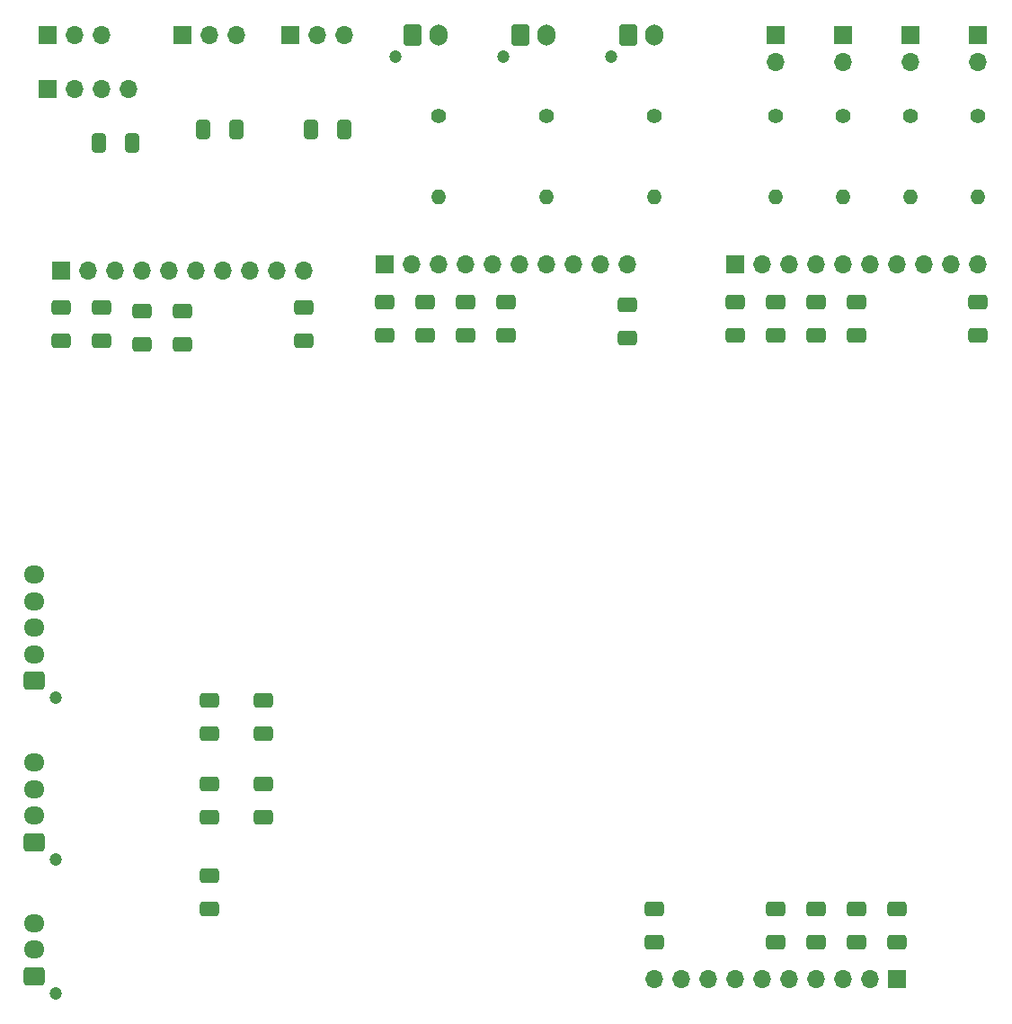
<source format=gbr>
%TF.GenerationSoftware,KiCad,Pcbnew,8.0.3*%
%TF.CreationDate,2024-11-03T21:20:52+01:00*%
%TF.ProjectId,weerstation-analoog,77656572-7374-4617-9469-6f6e2d616e61,rev?*%
%TF.SameCoordinates,Original*%
%TF.FileFunction,Soldermask,Bot*%
%TF.FilePolarity,Negative*%
%FSLAX46Y46*%
G04 Gerber Fmt 4.6, Leading zero omitted, Abs format (unit mm)*
G04 Created by KiCad (PCBNEW 8.0.3) date 2024-11-03 21:20:52*
%MOMM*%
%LPD*%
G01*
G04 APERTURE LIST*
G04 Aperture macros list*
%AMRoundRect*
0 Rectangle with rounded corners*
0 $1 Rounding radius*
0 $2 $3 $4 $5 $6 $7 $8 $9 X,Y pos of 4 corners*
0 Add a 4 corners polygon primitive as box body*
4,1,4,$2,$3,$4,$5,$6,$7,$8,$9,$2,$3,0*
0 Add four circle primitives for the rounded corners*
1,1,$1+$1,$2,$3*
1,1,$1+$1,$4,$5*
1,1,$1+$1,$6,$7*
1,1,$1+$1,$8,$9*
0 Add four rect primitives between the rounded corners*
20,1,$1+$1,$2,$3,$4,$5,0*
20,1,$1+$1,$4,$5,$6,$7,0*
20,1,$1+$1,$6,$7,$8,$9,0*
20,1,$1+$1,$8,$9,$2,$3,0*%
G04 Aperture macros list end*
%ADD10R,1.700000X1.700000*%
%ADD11O,1.700000X1.700000*%
%ADD12C,1.200000*%
%ADD13RoundRect,0.250000X0.725000X-0.600000X0.725000X0.600000X-0.725000X0.600000X-0.725000X-0.600000X0*%
%ADD14O,1.950000X1.700000*%
%ADD15C,1.400000*%
%ADD16O,1.400000X1.400000*%
%ADD17RoundRect,0.250000X-0.600000X-0.750000X0.600000X-0.750000X0.600000X0.750000X-0.600000X0.750000X0*%
%ADD18O,1.700000X2.000000*%
%ADD19RoundRect,0.250000X-0.650000X0.412500X-0.650000X-0.412500X0.650000X-0.412500X0.650000X0.412500X0*%
%ADD20RoundRect,0.250000X-0.412500X-0.650000X0.412500X-0.650000X0.412500X0.650000X-0.412500X0.650000X0*%
%ADD21RoundRect,0.250000X0.650000X-0.412500X0.650000X0.412500X-0.650000X0.412500X-0.650000X-0.412500X0*%
%ADD22RoundRect,0.250000X0.412500X0.650000X-0.412500X0.650000X-0.412500X-0.650000X0.412500X-0.650000X0*%
G04 APERTURE END LIST*
D10*
%TO.C,R9*%
X100330000Y-17780000D03*
D11*
X100330000Y-20320000D03*
%TD*%
D12*
%TO.C,J11*%
X19780000Y-80180000D03*
D13*
X17780000Y-78580000D03*
D14*
X17780000Y-76080000D03*
X17780000Y-73580000D03*
X17780000Y-71080000D03*
X17780000Y-68580000D03*
%TD*%
D10*
%TO.C,J6*%
X20320000Y-39935000D03*
D11*
X22860000Y-39935000D03*
X25400000Y-39935000D03*
X27940000Y-39935000D03*
X30480000Y-39935000D03*
X33020000Y-39935000D03*
X35560000Y-39935000D03*
X38100000Y-39935000D03*
X40640000Y-39935000D03*
X43180000Y-39935000D03*
%TD*%
D10*
%TO.C,J5*%
X98998700Y-106680000D03*
D11*
X96458700Y-106680000D03*
X93918700Y-106680000D03*
X91378700Y-106680000D03*
X88838700Y-106680000D03*
X86298700Y-106680000D03*
X83758700Y-106680000D03*
X81218700Y-106680000D03*
X78678700Y-106680000D03*
X76138700Y-106680000D03*
%TD*%
D15*
%TO.C,R6*%
X55880000Y-25400000D03*
D16*
X55880000Y-33020000D03*
%TD*%
D10*
%TO.C,J8*%
X41910000Y-17780000D03*
D11*
X44450000Y-17780000D03*
X46990000Y-17780000D03*
%TD*%
D12*
%TO.C,J2*%
X19780000Y-95380000D03*
D13*
X17780000Y-93780000D03*
D14*
X17780000Y-91280000D03*
X17780000Y-88780000D03*
X17780000Y-86280000D03*
%TD*%
D12*
%TO.C,J1*%
X19780000Y-108000000D03*
D13*
X17780000Y-106400000D03*
D14*
X17780000Y-103900000D03*
X17780000Y-101400000D03*
%TD*%
D12*
%TO.C,R3*%
X61940000Y-19780000D03*
D17*
X63540000Y-17780000D03*
D18*
X66040000Y-17780000D03*
%TD*%
D15*
%TO.C,R12*%
X93980000Y-25400000D03*
D16*
X93980000Y-33020000D03*
%TD*%
D10*
%TO.C,R7*%
X106680000Y-17780000D03*
D11*
X106680000Y-20320000D03*
%TD*%
D15*
%TO.C,R4*%
X66040000Y-25400000D03*
D16*
X66040000Y-33020000D03*
%TD*%
D10*
%TO.C,J4*%
X83820000Y-39370000D03*
D11*
X86360000Y-39370000D03*
X88900000Y-39370000D03*
X91440000Y-39370000D03*
X93980000Y-39370000D03*
X96520000Y-39370000D03*
X99060000Y-39370000D03*
X101600000Y-39370000D03*
X104140000Y-39370000D03*
X106680000Y-39370000D03*
%TD*%
D10*
%TO.C,J7*%
X31750000Y-17780000D03*
D11*
X34290000Y-17780000D03*
X36830000Y-17780000D03*
%TD*%
D12*
%TO.C,R5*%
X51780000Y-19780000D03*
D17*
X53380000Y-17780000D03*
D18*
X55880000Y-17780000D03*
%TD*%
D10*
%TO.C,J10*%
X19050000Y-22860000D03*
D11*
X21590000Y-22860000D03*
X24130000Y-22860000D03*
X26670000Y-22860000D03*
%TD*%
D10*
%TO.C,J3*%
X50800000Y-39370000D03*
D11*
X53340000Y-39370000D03*
X55880000Y-39370000D03*
X58420000Y-39370000D03*
X60960000Y-39370000D03*
X63500000Y-39370000D03*
X66040000Y-39370000D03*
X68580000Y-39370000D03*
X71120000Y-39370000D03*
X73660000Y-39370000D03*
%TD*%
D12*
%TO.C,R1*%
X72100000Y-19780000D03*
D17*
X73700000Y-17780000D03*
D18*
X76200000Y-17780000D03*
%TD*%
D10*
%TO.C,J9*%
X19050000Y-17780000D03*
D11*
X21590000Y-17780000D03*
X24130000Y-17780000D03*
%TD*%
D15*
%TO.C,R10*%
X100330000Y-25400000D03*
D16*
X100330000Y-33020000D03*
%TD*%
D10*
%TO.C,R11*%
X93980000Y-17780000D03*
D11*
X93980000Y-20320000D03*
%TD*%
D15*
%TO.C,R2*%
X76200000Y-25400000D03*
D16*
X76200000Y-33020000D03*
%TD*%
D15*
%TO.C,R14*%
X87630000Y-25400000D03*
D16*
X87630000Y-33020000D03*
%TD*%
D15*
%TO.C,R8*%
X106660000Y-25400000D03*
D16*
X106660000Y-33020000D03*
%TD*%
D10*
%TO.C,R13*%
X87630000Y-17780000D03*
D11*
X87630000Y-20320000D03*
%TD*%
D19*
%TO.C,C10*%
X91440000Y-42887500D03*
X91440000Y-46012500D03*
%TD*%
%TO.C,C20*%
X27940000Y-43745000D03*
X27940000Y-46870000D03*
%TD*%
%TO.C,C1*%
X50800000Y-42887500D03*
X50800000Y-46012500D03*
%TD*%
%TO.C,C9*%
X87630000Y-42887500D03*
X87630000Y-46012500D03*
%TD*%
%TO.C,C14*%
X43180000Y-43452500D03*
X43180000Y-46577500D03*
%TD*%
%TO.C,C4*%
X54610000Y-42887500D03*
X54610000Y-46012500D03*
%TD*%
D20*
%TO.C,C21*%
X33705000Y-26670000D03*
X36830000Y-26670000D03*
%TD*%
D21*
%TO.C,C25*%
X34290000Y-83527500D03*
X34290000Y-80402500D03*
%TD*%
D19*
%TO.C,C8*%
X95250000Y-42887500D03*
X95250000Y-46012500D03*
%TD*%
D21*
%TO.C,C17*%
X95188700Y-103162500D03*
X95188700Y-100037500D03*
%TD*%
D19*
%TO.C,C7*%
X106680000Y-42887500D03*
X106680000Y-46012500D03*
%TD*%
D21*
%TO.C,C27*%
X34290000Y-91440000D03*
X34290000Y-88315000D03*
%TD*%
%TO.C,C24*%
X39370000Y-91440000D03*
X39370000Y-88315000D03*
%TD*%
D19*
%TO.C,C2*%
X73660000Y-43180000D03*
X73660000Y-46305000D03*
%TD*%
D21*
%TO.C,C18*%
X91378700Y-103162500D03*
X91378700Y-100037500D03*
%TD*%
D20*
%TO.C,C22*%
X43865000Y-26670000D03*
X46990000Y-26670000D03*
%TD*%
D19*
%TO.C,C3*%
X62230000Y-42887500D03*
X62230000Y-46012500D03*
%TD*%
%TO.C,C13*%
X20320000Y-43452500D03*
X20320000Y-46577500D03*
%TD*%
%TO.C,C16*%
X31750000Y-43745000D03*
X31750000Y-46870000D03*
%TD*%
D21*
%TO.C,C11*%
X98998700Y-103162500D03*
X98998700Y-100037500D03*
%TD*%
%TO.C,C26*%
X39370000Y-83527500D03*
X39370000Y-80402500D03*
%TD*%
D22*
%TO.C,C28*%
X26962500Y-27940000D03*
X23837500Y-27940000D03*
%TD*%
D21*
%TO.C,C15*%
X87568700Y-103162500D03*
X87568700Y-100037500D03*
%TD*%
%TO.C,C12*%
X76138700Y-103162500D03*
X76138700Y-100037500D03*
%TD*%
D19*
%TO.C,C19*%
X24130000Y-43452500D03*
X24130000Y-46577500D03*
%TD*%
D21*
%TO.C,C23*%
X34290000Y-100037500D03*
X34290000Y-96912500D03*
%TD*%
D19*
%TO.C,C5*%
X58420000Y-42887500D03*
X58420000Y-46012500D03*
%TD*%
%TO.C,C6*%
X83820000Y-42887500D03*
X83820000Y-46012500D03*
%TD*%
M02*

</source>
